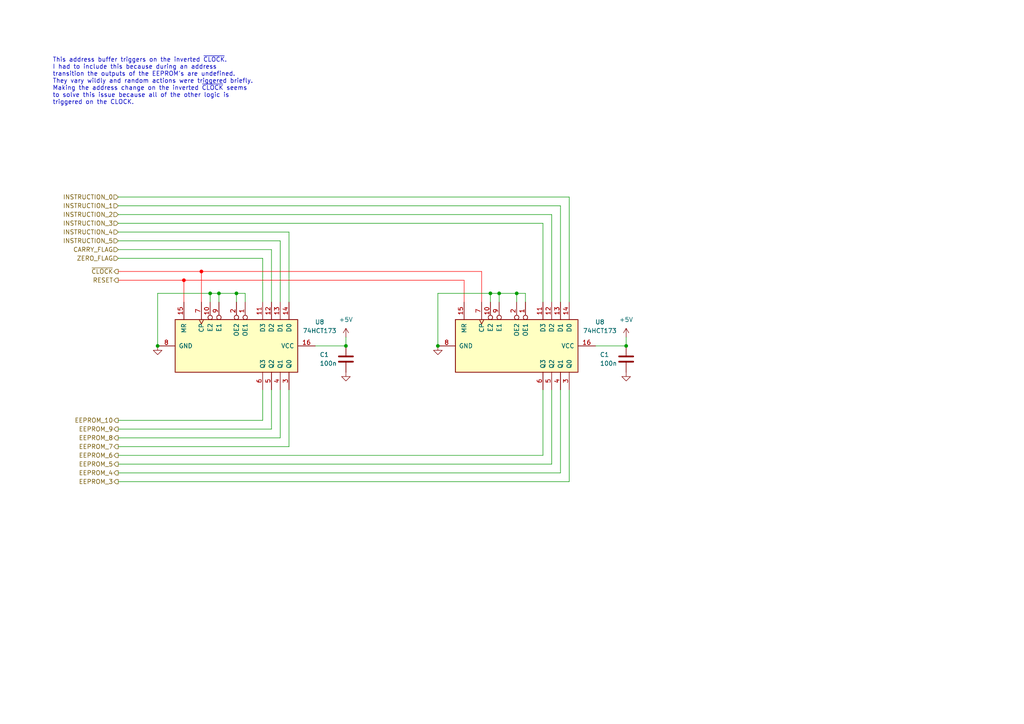
<source format=kicad_sch>
(kicad_sch (version 20230121) (generator eeschema)
  (paper "A4")
  (title_block (title "8-bit CPU") (date "2023-11-28") (rev "1.0") (company "TBR Designs"))
  (lib_symbols
    (symbol "74xx:74LS173" (pin_names (offset 1.016))
      (property "Reference" "U" (at -7.62 19.05 0))
      (property "Value" "74LS173" (at -7.62 -19.05 0))
      (symbol "74LS173_1_0"
        (pin input inverted (at -12.7 2.54 0) (length 5.08) (name "OE1") (number "1"))
        (pin input inverted (at -12.7 -7.62 0) (length 5.08) (name "E2") (number "10"))
        (pin input line (at -12.7 7.62 0) (length 5.08) (name "D3") (number "11"))
        (pin input line (at -12.7 10.16 0) (length 5.08) (name "D2") (number "12"))
        (pin input line (at -12.7 12.7 0) (length 5.08) (name "D1") (number "13"))
        (pin input line (at -12.7 15.24 0) (length 5.08) (name "D0") (number "14"))
        (pin input line (at -12.7 -15.24 0) (length 5.08) (name "MR") (number "15"))
        (pin power_in line (at 0 22.86 270) (length 5.08) (name "VCC") (number "16"))
        (pin input inverted (at -12.7 0 0) (length 5.08) (name "OE2") (number "2"))
        (pin tri_state line (at 12.7 15.24 180) (length 5.08) (name "Q0") (number "3"))
        (pin tri_state line (at 12.7 12.7 180) (length 5.08) (name "Q1") (number "4"))
        (pin tri_state line (at 12.7 10.16 180) (length 5.08) (name "Q2") (number "5"))
        (pin tri_state line (at 12.7 7.62 180) (length 5.08) (name "Q3") (number "6"))
        (pin input clock (at -12.7 -10.16 0) (length 5.08) (name "CP") (number "7"))
        (pin power_in line (at 0 -22.86 90) (length 5.08) (name "GND") (number "8"))
        (pin input inverted (at -12.7 -5.08 0) (length 5.08) (name "E1") (number "9"))
      )
      (symbol "74LS173_1_1"
        (rectangle (start -7.62 17.78) (end 7.62 -17.78) (stroke (width 0.254)) (fill (type background)))
      )
    )
    (symbol "Device:C" (pin_numbers hide) (pin_names (offset 0.254))
      (property "Reference" "C" (at 0.635 2.54 0))
      (property "Value" "C" (at 0.635 -2.54 0))
      (symbol "C_0_1"
        (polyline (pts (xy -2.032 -0.762) (xy 2.032 -0.762)) (stroke (width 0.508)))
        (polyline (pts (xy -2.032 0.762) (xy 2.032 0.762)) (stroke (width 0.508)))
      )
      (symbol "C_1_1"
        (pin passive line (at 0 3.81 270) (length 2.794) (name "~") (number "1"))
        (pin passive line (at 0 -3.81 90) (length 2.794) (name "~") (number "2"))
      )
    )
    (symbol "power:+5V" (power) (pin_names (offset 0))
      (property "Value" "+5V" (at 0 3.556 0))
      (symbol "+5V_0_1"
        (polyline (pts (xy -0.762 1.27) (xy 0 2.54)))
        (polyline (pts (xy 0 0) (xy 0 2.54)))
        (polyline (pts (xy 0 2.54) (xy 0.762 1.27)))
      )
      (symbol "+5V_1_1"
        (pin power_in line (at 0 0 90) (length 0) hide (name "+5V") (number "1"))
      )
    )
    (symbol "power:GND" (power) (pin_names (offset 0))
      (property "Value" "GND" (at 0 -3.81 0))
      (symbol "GND_0_1"
        (polyline (pts (xy 0 0) (xy 0 -1.27) (xy 1.27 -1.27) (xy 0 -2.54) (xy -1.27 -1.27) (xy 0 -1.27)))
      )
      (symbol "GND_1_1"
        (pin power_in line (at 0 0 270) (length 0) hide (name "GND") (number "1"))
      )
    )
  )
  (junction (at 181.61 100.33))
  (junction (at 142.24 85.09))
  (junction (at 53.34 81.28) (color 255 0 0 1))
  (junction (at 60.96 85.09))
  (junction (at 45.72 100.33))
  (junction (at 144.78 85.09))
  (junction (at 127 100.33))
  (junction (at 58.42 78.74) (color 255 0 0 1))
  (junction (at 68.58 85.09))
  (junction (at 63.5 85.09))
  (junction (at 100.33 100.33))
  (junction (at 149.86 85.09))
  (wire (pts (xy 71.12 87.63) (xy 71.12 85.09)))
  (wire (pts (xy 68.58 85.09) (xy 68.58 87.63)))
  (wire (pts (xy 162.56 113.03) (xy 162.56 137.16)))
  (wire (pts (xy 142.24 85.09) (xy 127 85.09)))
  (wire (pts (xy 160.02 134.62) (xy 34.29 134.62)))
  (wire (pts (xy 160.02 113.03) (xy 160.02 134.62)))
  (wire (pts (xy 81.28 69.85) (xy 34.29 69.85)))
  (wire (pts (xy 134.62 81.28) (xy 53.34 81.28)) (stroke (width 0) (color 255 0 0 1)))
  (wire (pts (xy 78.74 113.03) (xy 78.74 124.46)))
  (wire (pts (xy 152.4 85.09) (xy 149.86 85.09)))
  (wire (pts (xy 165.1 139.7) (xy 34.29 139.7)))
  (wire (pts (xy 81.28 127) (xy 34.29 127)))
  (wire (pts (xy 139.7 87.63) (xy 139.7 78.74)) (stroke (width 0) (color 255 0 0 1)))
  (wire (pts (xy 181.61 97.79) (xy 181.61 100.33)))
  (wire (pts (xy 60.96 85.09) (xy 45.72 85.09)))
  (wire (pts (xy 83.82 129.54) (xy 34.29 129.54)))
  (wire (pts (xy 162.56 137.16) (xy 34.29 137.16)))
  (wire (pts (xy 139.7 78.74) (xy 58.42 78.74)) (stroke (width 0) (color 255 0 0 1)))
  (wire (pts (xy 34.29 57.15) (xy 165.1 57.15)))
  (wire (pts (xy 76.2 74.93) (xy 76.2 87.63)))
  (wire (pts (xy 172.72 100.33) (xy 181.61 100.33)))
  (wire (pts (xy 149.86 85.09) (xy 149.86 87.63)))
  (wire (pts (xy 81.28 87.63) (xy 81.28 69.85)))
  (wire (pts (xy 160.02 62.23) (xy 160.02 87.63)))
  (wire (pts (xy 81.28 113.03) (xy 81.28 127)))
  (wire (pts (xy 45.72 85.09) (xy 45.72 100.33)))
  (wire (pts (xy 34.29 62.23) (xy 160.02 62.23)))
  (wire (pts (xy 91.44 100.33) (xy 100.33 100.33)))
  (wire (pts (xy 134.62 87.63) (xy 134.62 81.28)) (stroke (width 0) (color 255 0 0 1)))
  (wire (pts (xy 34.29 78.74) (xy 58.42 78.74)) (stroke (width 0) (color 255 0 0 1)))
  (wire (pts (xy 144.78 85.09) (xy 142.24 85.09)))
  (wire (pts (xy 152.4 87.63) (xy 152.4 85.09)))
  (wire (pts (xy 162.56 59.69) (xy 162.56 87.63)))
  (wire (pts (xy 34.29 81.28) (xy 53.34 81.28)) (stroke (width 0) (color 255 0 0 1)))
  (wire (pts (xy 78.74 72.39) (xy 78.74 87.63)))
  (wire (pts (xy 76.2 113.03) (xy 76.2 121.92)))
  (wire (pts (xy 34.29 67.31) (xy 83.82 67.31)))
  (wire (pts (xy 76.2 121.92) (xy 34.29 121.92)))
  (wire (pts (xy 127 85.09) (xy 127 100.33)))
  (wire (pts (xy 83.82 113.03) (xy 83.82 129.54)))
  (wire (pts (xy 60.96 85.09) (xy 60.96 87.63)))
  (wire (pts (xy 157.48 132.08) (xy 34.29 132.08)))
  (wire (pts (xy 165.1 113.03) (xy 165.1 139.7)))
  (wire (pts (xy 78.74 124.46) (xy 34.29 124.46)))
  (wire (pts (xy 157.48 64.77) (xy 157.48 87.63)))
  (wire (pts (xy 71.12 85.09) (xy 68.58 85.09)))
  (wire (pts (xy 63.5 85.09) (xy 63.5 87.63)))
  (wire (pts (xy 34.29 74.93) (xy 76.2 74.93)))
  (wire (pts (xy 149.86 85.09) (xy 144.78 85.09)))
  (wire (pts (xy 58.42 78.74) (xy 58.42 87.63)) (stroke (width 0) (color 255 0 0 1)))
  (wire (pts (xy 34.29 64.77) (xy 157.48 64.77)))
  (wire (pts (xy 144.78 85.09) (xy 144.78 87.63)))
  (wire (pts (xy 142.24 85.09) (xy 142.24 87.63)))
  (wire (pts (xy 157.48 113.03) (xy 157.48 132.08)))
  (wire (pts (xy 100.33 97.79) (xy 100.33 100.33)))
  (wire (pts (xy 53.34 81.28) (xy 53.34 87.63)) (stroke (width 0) (color 255 0 0 1)))
  (wire (pts (xy 63.5 85.09) (xy 60.96 85.09)))
  (wire (pts (xy 34.29 72.39) (xy 78.74 72.39)))
  (wire (pts (xy 83.82 67.31) (xy 83.82 87.63)))
  (wire (pts (xy 34.29 59.69) (xy 162.56 59.69)))
  (wire (pts (xy 68.58 85.09) (xy 63.5 85.09)))
  (wire (pts (xy 165.1 57.15) (xy 165.1 87.63)))
  (text "This address buffer triggers on the inverted ~{CLOCK}.\nI had to include this because during an address\ntransition the outputs of the EEPROM's are undefined.\nThey vary wildly and random actions were triggered briefly.\nMaking the address change on the inverted ~{CLOCK} seems\nto solve this issue because all of the other logic is\ntriggered on the CLOCK.\n" (at 15.24 30.48 0) (effects (font (size 1.27 1.27)) (justify left bottom)))
  (hierarchical_label "EEPROM_4" (shape output) (at 34.29 137.16 180))
  (hierarchical_label "EEPROM_9" (shape output) (at 34.29 124.46 180))
  (hierarchical_label "INSTRUCTION_0" (shape input) (at 34.29 57.15 180))
  (hierarchical_label "EEPROM_3" (shape output) (at 34.29 139.7 180))
  (hierarchical_label "EEPROM_8" (shape output) (at 34.29 127 180))
  (hierarchical_label "EEPROM_7" (shape output) (at 34.29 129.54 180))
  (hierarchical_label "INSTRUCTION_1" (shape input) (at 34.29 59.69 180))
  (hierarchical_label "ZERO_FLAG" (shape input) (at 34.29 74.93 180))
  (hierarchical_label "CARRY_FLAG" (shape input) (at 34.29 72.39 180))
  (hierarchical_label "INSTRUCTION_5" (shape input) (at 34.29 69.85 180))
  (hierarchical_label "EEPROM_6" (shape output) (at 34.29 132.08 180))
  (hierarchical_label "INSTRUCTION_4" (shape input) (at 34.29 67.31 180))
  (hierarchical_label "EEPROM_5" (shape output) (at 34.29 134.62 180))
  (hierarchical_label "RESET" (shape output) (at 34.29 81.28 180))
  (hierarchical_label "~{CLOCK}" (shape output) (at 34.29 78.74 180))
  (hierarchical_label "INSTRUCTION_3" (shape input) (at 34.29 64.77 180))
  (hierarchical_label "EEPROM_10" (shape output) (at 34.29 121.92 180))
  (hierarchical_label "INSTRUCTION_2" (shape input) (at 34.29 62.23 180))
  (symbol (lib_id "74xx:74LS173") (at 149.86 100.33 270) (unit 1)
    (property "Reference" "U8" (at 173.99 93.4019 90))
    (property "Value" "74HCT173" (at 173.99 95.9419 90))
    (property "Footprint" "Package_DIP:DIP-16_W7.62mm" (effects hide))
    (property "Datasheet" "http://www.ti.com/lit/gpn/sn74LS173" (effects hide))
    (instances (project "8-bit-cpu" (path "" (reference "U8") (unit 1)) (path "" (reference "U11") (unit 1)) (path "" (reference "U43") (unit 1))))
  )
  (symbol (lib_id "power:GND") (at 181.61 107.95 0) (unit 1)
    (property "Reference" "#PWR03" (effects hide))
    (property "Value" "GND" (effects hide))
    (instances (project "8-bit-cpu" (path "" (reference "#PWR03") (unit 1)) (path "" (reference "#PWR045") (unit 1)) (path "" (reference "#PWR053") (unit 1)) (path "" (reference "#PWR0178") (unit 1))))
  )
  (symbol (lib_id "power:+5V") (at 100.33 97.79 0) (unit 1)
    (property "Reference" "#PWR039" (effects hide))
    (property "Value" "+5V" (at 100.33 92.71 0))
    (instances (project "8-bit-cpu" (path "" (reference "#PWR039") (unit 1)) (path "" (reference "#PWR052") (unit 1)) (path "" (reference "#PWR0173") (unit 1))))
  )
  (symbol (lib_id "Device:C") (at 100.33 104.14 0) (unit 1)
    (property "Reference" "C1" (at 92.71 102.87 0) (effects (justify left)))
    (property "Value" "100n" (at 92.71 105.41 0) (effects (justify left)))
    (property "Footprint" "01_my_library:C_Disc_D4.0mm_W2.6mm_P2.50mm" (effects hide))
    (instances (project "8-bit-cpu" (path "" (reference "C1") (unit 1)) (path "" (reference "C14") (unit 1)) (path "" (reference "C16") (unit 1)) (path "" (reference "C51") (unit 1))))
  )
  (symbol (lib_id "power:GND") (at 100.33 107.95 0) (unit 1)
    (property "Reference" "#PWR03" (effects hide))
    (property "Value" "GND" (effects hide))
    (instances (project "8-bit-cpu" (path "" (reference "#PWR03") (unit 1)) (path "" (reference "#PWR045") (unit 1)) (path "" (reference "#PWR053") (unit 1)) (path "" (reference "#PWR0177") (unit 1))))
  )
  (symbol (lib_id "Device:C") (at 181.61 104.14 0) (unit 1)
    (property "Reference" "C1" (at 173.99 102.87 0) (effects (justify left)))
    (property "Value" "100n" (at 173.99 105.41 0) (effects (justify left)))
    (property "Footprint" "01_my_library:C_Disc_D4.0mm_W2.6mm_P2.50mm" (effects hide))
    (instances (project "8-bit-cpu" (path "" (reference "C1") (unit 1)) (path "" (reference "C14") (unit 1)) (path "" (reference "C16") (unit 1)) (path "" (reference "C52") (unit 1))))
  )
  (symbol (lib_id "power:GND") (at 127 100.33 0) (unit 1)
    (property "Reference" "#PWR042" (effects hide))
    (property "Value" "GND" (effects hide))
    (instances (project "8-bit-cpu" (path "" (reference "#PWR042") (unit 1)) (path "" (reference "#PWR050") (unit 1)) (path "" (reference "#PWR0176") (unit 1))))
  )
  (symbol (lib_id "power:+5V") (at 181.61 97.79 0) (unit 1)
    (property "Reference" "#PWR039" (effects hide))
    (property "Value" "+5V" (at 181.61 92.71 0))
    (instances (project "8-bit-cpu" (path "" (reference "#PWR039") (unit 1)) (path "" (reference "#PWR052") (unit 1)) (path "" (reference "#PWR0174") (unit 1))))
  )
  (symbol (lib_id "power:GND") (at 45.72 100.33 0) (unit 1)
    (property "Reference" "#PWR042" (effects hide))
    (property "Value" "GND" (effects hide))
    (instances (project "8-bit-cpu" (path "" (reference "#PWR042") (unit 1)) (path "" (reference "#PWR050") (unit 1)) (path "" (reference "#PWR0175") (unit 1))))
  )
  (symbol (lib_id "74xx:74LS173") (at 68.58 100.33 270) (unit 1)
    (property "Reference" "U8" (at 92.71 93.4019 90))
    (property "Value" "74HCT173" (at 92.71 95.9419 90))
    (property "Footprint" "Package_DIP:DIP-16_W7.62mm" (effects hide))
    (property "Datasheet" "http://www.ti.com/lit/gpn/sn74LS173" (effects hide))
    (instances (project "8-bit-cpu" (path "" (reference "U8") (unit 1)) (path "" (reference "U11") (unit 1)) (path "" (reference "U42") (unit 1))))
  )
)
</source>
